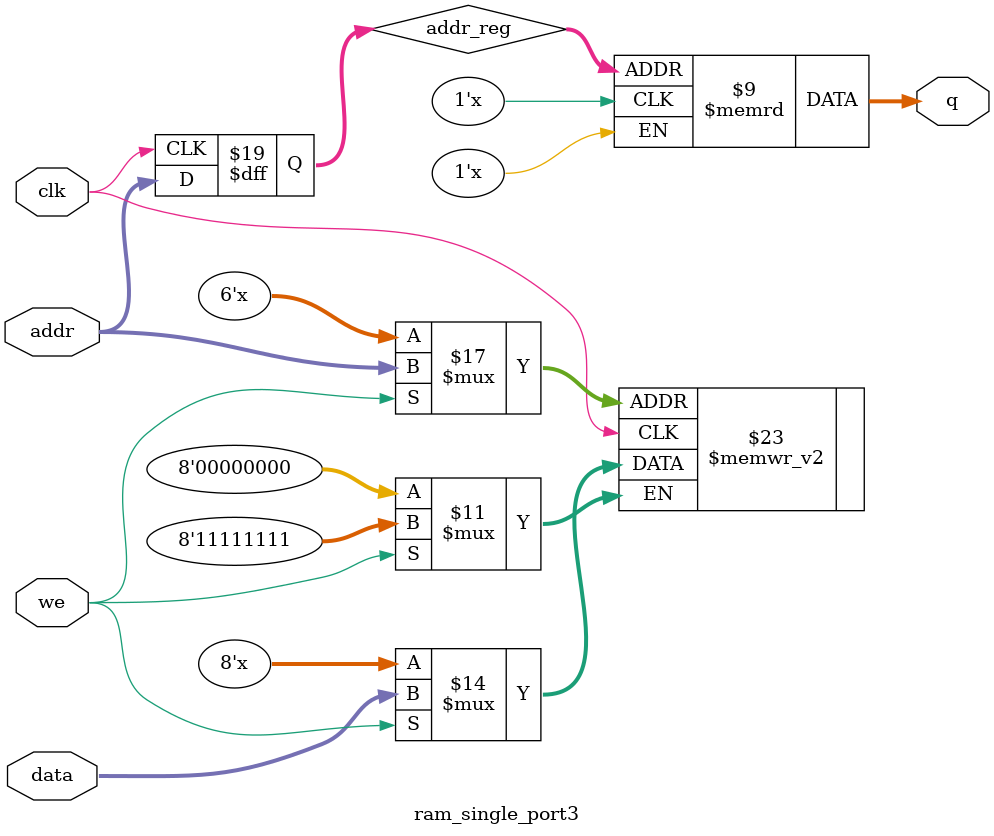
<source format=v>

module ram_single_port3(q,data,addr,we,clk);

input	[7:0]	data;
input	[5:0]	addr;
input			we,clk;
output	[7:0]	q;

reg		[7:0]	ram[63:0];
reg		[5:0]	addr_reg;

// New data read & addr registered
always @(posedge clk)
begin
	if(we)
		ram[addr] = data;
	
	addr_reg <= addr;
end

assign q = ram[addr_reg];

endmodule
</source>
